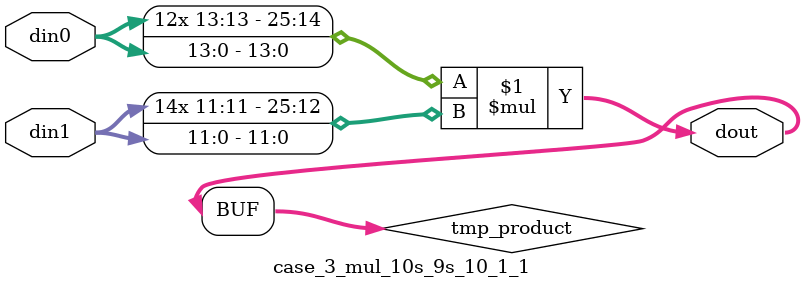
<source format=v>

`timescale 1 ns / 1 ps

 module case_3_mul_10s_9s_10_1_1(din0, din1, dout);
parameter ID = 1;
parameter NUM_STAGE = 0;
parameter din0_WIDTH = 14;
parameter din1_WIDTH = 12;
parameter dout_WIDTH = 26;

input [din0_WIDTH - 1 : 0] din0; 
input [din1_WIDTH - 1 : 0] din1; 
output [dout_WIDTH - 1 : 0] dout;

wire signed [dout_WIDTH - 1 : 0] tmp_product;



























assign tmp_product = $signed(din0) * $signed(din1);








assign dout = tmp_product;





















endmodule

</source>
